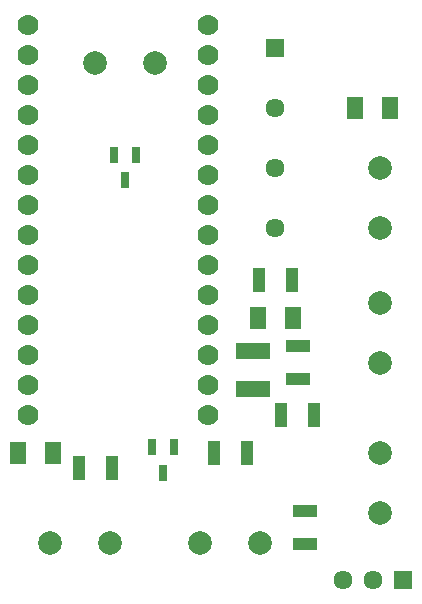
<source format=gts>
G75*
%MOIN*%
%OFA0B0*%
%FSLAX25Y25*%
%IPPOS*%
%LPD*%
%AMOC8*
5,1,8,0,0,1.08239X$1,22.5*
%
%ADD10R,0.04400X0.07900*%
%ADD11C,0.07924*%
%ADD12R,0.07900X0.04400*%
%ADD13R,0.06350X0.06350*%
%ADD14C,0.06350*%
%ADD15R,0.11400X0.05300*%
%ADD16R,0.05200X0.07700*%
%ADD17C,0.07000*%
%ADD18R,0.02900X0.05400*%
D10*
X0030500Y0046000D03*
X0041500Y0046000D03*
X0075500Y0051000D03*
X0086500Y0051000D03*
X0098000Y0063500D03*
X0109000Y0063500D03*
X0101500Y0108500D03*
X0090500Y0108500D03*
D11*
X0021000Y0021000D03*
X0041000Y0021000D03*
X0071000Y0021000D03*
X0091000Y0021000D03*
X0131000Y0031000D03*
X0131000Y0051000D03*
X0131000Y0081000D03*
X0131000Y0101000D03*
X0131000Y0126000D03*
X0131000Y0146000D03*
X0056000Y0181000D03*
X0036000Y0181000D03*
D12*
X0103500Y0086500D03*
X0103500Y0075500D03*
X0106000Y0031500D03*
X0106000Y0020500D03*
D13*
X0138500Y0008500D03*
X0096000Y0186000D03*
D14*
X0096000Y0166000D03*
X0096000Y0146000D03*
X0096000Y0126000D03*
X0118500Y0008500D03*
X0128500Y0008500D03*
D15*
X0088500Y0072100D03*
X0088500Y0084900D03*
D16*
X0090200Y0096000D03*
X0101800Y0096000D03*
X0122700Y0166000D03*
X0134300Y0166000D03*
X0021800Y0051000D03*
X0010200Y0051000D03*
D17*
X0013500Y0063500D03*
X0013500Y0073500D03*
X0013500Y0083500D03*
X0013500Y0093500D03*
X0013500Y0103500D03*
X0013500Y0113500D03*
X0013500Y0123500D03*
X0013500Y0133500D03*
X0013500Y0143500D03*
X0013500Y0153500D03*
X0013500Y0163500D03*
X0013500Y0173500D03*
X0013500Y0183500D03*
X0013500Y0193500D03*
X0073500Y0193500D03*
X0073500Y0183500D03*
X0073500Y0173500D03*
X0073500Y0163500D03*
X0073500Y0153500D03*
X0073500Y0143500D03*
X0073500Y0133500D03*
X0073500Y0123500D03*
X0073500Y0113500D03*
X0073500Y0103500D03*
X0073500Y0093500D03*
X0073500Y0083500D03*
X0073500Y0073500D03*
X0073500Y0063500D03*
D18*
X0062200Y0052800D03*
X0054800Y0052800D03*
X0058500Y0044200D03*
X0046000Y0141700D03*
X0042300Y0150300D03*
X0049700Y0150300D03*
M02*

</source>
